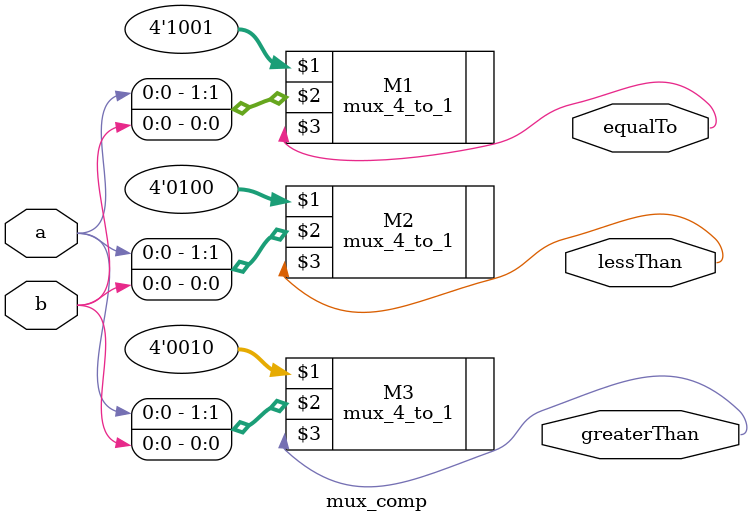
<source format=v>



module mux_comp(
    input a,b,
    output lessThan, greaterThan, equalTo
    );
      
    mux_4_to_1 M1(4'b1001,{a,b},equalTo);
    mux_4_to_1 M2(4'b0100,{a,b},lessThan);
    mux_4_to_1 M3(4'b0010,{a,b},greaterThan);

endmodule

</source>
